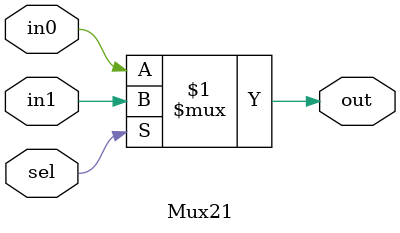
<source format=v>
module Mux21 (input in0, in1, sel, output out);

assign out = sel ? in1 : in0;

endmodule

</source>
